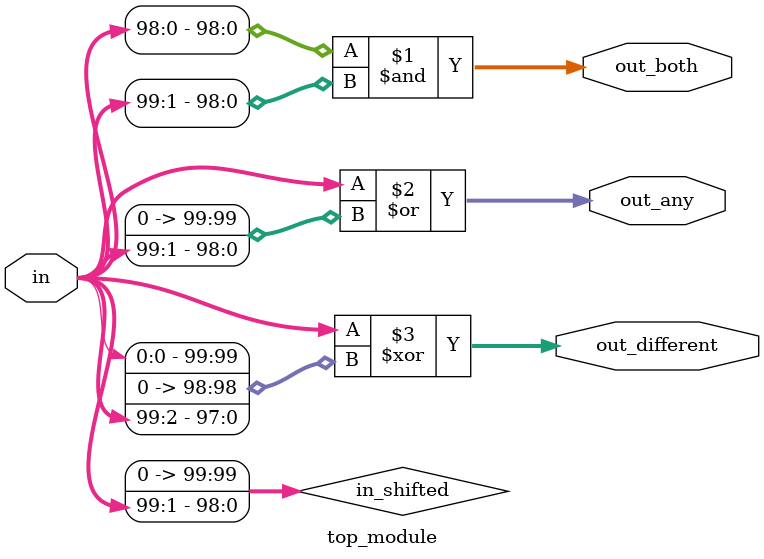
<source format=sv>
module top_module (
    input [99:0] in,
    output [98:0] out_both,
    output [99:0] out_any,
    output [99:0] out_different
);

    wire [99:0] in_shifted;
    
    // Shift the input signal by 1-bit to the right
    assign in_shifted = {1'b0, in[99:1]};

    // Generate the out_both signal by performing a bit-wise AND operation between in and the shifted in
    assign out_both = in[98:0] & in_shifted[98:0];

    // Generate the out_any signal by performing a bit-wise OR operation between in and the shifted in
    assign out_any = in | in_shifted;

    // Generate the out_different signal
    assign out_different = in ^ {in[0], in_shifted[99:1]};

endmodule

</source>
